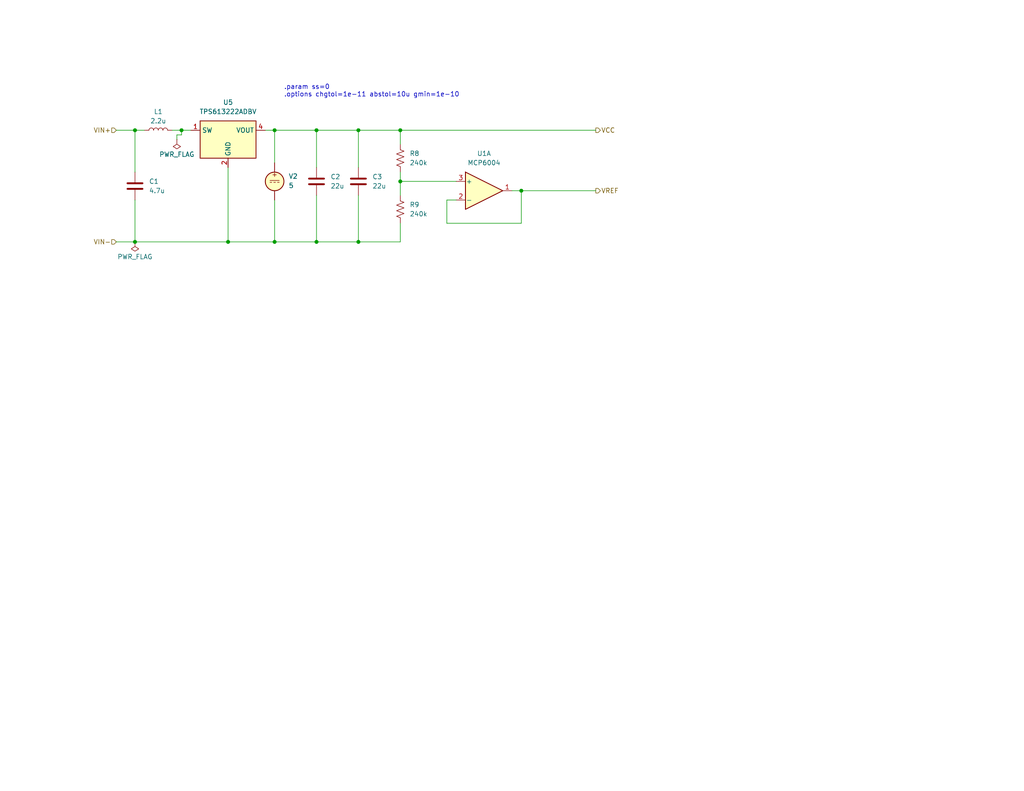
<source format=kicad_sch>
(kicad_sch (version 20250114) (generator "eeschema") (generator_version "9.0")
  (paper "USLetter")
  (title_block (title "EL223FP4L1") (date "2025-05-08") (rev "1") (company "Boles & Walker") (comment 1 "5V, 2.5V Rail Generator"))
  (lib_symbols
    (symbol "Amplifier_Operational:MCP6004" (pin_names (offset 0.127))
      (property "Reference" "U" (at 0 5.08 0))
      (property "Value" "MCP6004" (at 0 -5.08 0))
      (symbol "MCP6004_1_1"
        (polyline (pts (xy -5.08 5.08) (xy 5.08 0) (xy -5.08 -5.08) (xy -5.08 5.08)) (stroke (width 0.254)) (fill (type background)))
        (pin input line (at -7.62 2.54 0) (length 2.54) (name "+") (number "3"))
        (pin input line (at -7.62 -2.54 0) (length 2.54) (name "-") (number "2"))
        (pin output line (at 7.62 0 180) (length 2.54) (name "~") (number "1"))
      )
      (symbol "MCP6004_2_1"
        (polyline (pts (xy -5.08 5.08) (xy 5.08 0) (xy -5.08 -5.08) (xy -5.08 5.08)) (stroke (width 0.254)) (fill (type background)))
        (pin input line (at -7.62 2.54 0) (length 2.54) (name "+") (number "5"))
        (pin input line (at -7.62 -2.54 0) (length 2.54) (name "-") (number "6"))
        (pin output line (at 7.62 0 180) (length 2.54) (name "~") (number "7"))
      )
      (symbol "MCP6004_3_1"
        (polyline (pts (xy -5.08 5.08) (xy 5.08 0) (xy -5.08 -5.08) (xy -5.08 5.08)) (stroke (width 0.254)) (fill (type background)))
        (pin input line (at -7.62 2.54 0) (length 2.54) (name "+") (number "10"))
        (pin input line (at -7.62 -2.54 0) (length 2.54) (name "-") (number "9"))
        (pin output line (at 7.62 0 180) (length 2.54) (name "~") (number "8"))
      )
      (symbol "MCP6004_4_1"
        (polyline (pts (xy -5.08 5.08) (xy 5.08 0) (xy -5.08 -5.08) (xy -5.08 5.08)) (stroke (width 0.254)) (fill (type background)))
        (pin input line (at -7.62 2.54 0) (length 2.54) (name "+") (number "12"))
        (pin input line (at -7.62 -2.54 0) (length 2.54) (name "-") (number "13"))
        (pin output line (at 7.62 0 180) (length 2.54) (name "~") (number "14"))
      )
      (symbol "MCP6004_5_1"
        (pin power_in line (at -2.54 7.62 270) (length 3.81) (name "V+") (number "4"))
        (pin power_in line (at -2.54 -7.62 90) (length 3.81) (name "V-") (number "11"))
      )
    )
    (symbol "Device:C" (pin_numbers (hide yes)) (pin_names (offset 0.254))
      (property "Reference" "C" (at 0.635 2.54 0))
      (property "Value" "C" (at 0.635 -2.54 0))
      (symbol "C_0_1"
        (polyline (pts (xy -2.032 0.762) (xy 2.032 0.762)) (stroke (width 0.508)))
        (polyline (pts (xy -2.032 -0.762) (xy 2.032 -0.762)) (stroke (width 0.508)))
      )
      (symbol "C_1_1"
        (pin passive line (at 0 3.81 270) (length 2.794) (name "~") (number "1"))
        (pin passive line (at 0 -3.81 90) (length 2.794) (name "~") (number "2"))
      )
    )
    (symbol "Device:L" (pin_numbers (hide yes)) (pin_names (offset 1.016) (hide yes))
      (property "Reference" "L" (at -1.27 0 90))
      (property "Value" "L" (at 1.905 0 90))
      (symbol "L_0_1"
        (arc (start 0 2.54) (mid 0.6323 1.905) (end 0 1.27))
        (arc (start 0 1.27) (mid 0.6323 0.635) (end 0 0))
        (arc (start 0 0) (mid 0.6323 -0.635) (end 0 -1.27))
        (arc (start 0 -1.27) (mid 0.6323 -1.905) (end 0 -2.54))
      )
      (symbol "L_1_1"
        (pin passive line (at 0 3.81 270) (length 1.27) (name "1") (number "1"))
        (pin passive line (at 0 -3.81 90) (length 1.27) (name "2") (number "2"))
      )
    )
    (symbol "Device:R_US" (pin_numbers (hide yes)) (pin_names (offset 0))
      (property "Reference" "R" (at 2.54 0 90))
      (property "Value" "R_US" (at -2.54 0 90))
      (symbol "R_US_0_1"
        (polyline (pts (xy 0 2.286) (xy 0 2.54)))
        (polyline (pts (xy 0 2.286) (xy 1.016 1.905) (xy 0 1.524) (xy -1.016 1.143) (xy 0 0.762)))
        (polyline (pts (xy 0 0.762) (xy 1.016 0.381) (xy 0 0) (xy -1.016 -0.381) (xy 0 -0.762)))
        (polyline (pts (xy 0 -0.762) (xy 1.016 -1.143) (xy 0 -1.524) (xy -1.016 -1.905) (xy 0 -2.286)))
        (polyline (pts (xy 0 -2.286) (xy 0 -2.54)))
      )
      (symbol "R_US_1_1"
        (pin passive line (at 0 3.81 270) (length 1.27) (name "~") (number "1"))
        (pin passive line (at 0 -3.81 90) (length 1.27) (name "~") (number "2"))
      )
    )
    (symbol "Regulator_Switching:TPS613222ADBV"
      (property "Reference" "U" (at -7.62 6.35 0))
      (property "Value" "TPS613222ADBV" (at 2.54 6.35 0))
      (symbol "TPS613222ADBV_0_1"
        (rectangle (start -7.62 5.08) (end 7.62 -5.08) (stroke (width 0.254)) (fill (type background)))
      )
      (symbol "TPS613222ADBV_1_1"
        (pin power_in line (at -10.16 2.54 0) (length 2.54) (name "SW") (number "1"))
        (pin no_connect line (at -7.62 -2.54 0) (length 2.54) (hide yes) (name "NC") (number "3"))
        (pin power_in line (at 0 -7.62 90) (length 2.54) (name "GND") (number "2"))
        (pin no_connect line (at 7.62 -2.54 180) (length 2.54) (hide yes) (name "NC") (number "5"))
        (pin power_out line (at 10.16 2.54 180) (length 2.54) (name "VOUT") (number "4"))
      )
    )
    (symbol "Simulation_SPICE:VDC" (pin_numbers (hide yes)) (pin_names (offset 0.0254))
      (property "Reference" "V" (at 2.54 2.54 0))
      (property "Value" "1" (at 2.54 0 0))
      (symbol "VDC_0_0"
        (polyline (pts (xy -1.27 0.254) (xy 1.27 0.254)))
        (polyline (pts (xy -0.762 -0.254) (xy -1.27 -0.254)))
        (polyline (pts (xy 0.254 -0.254) (xy -0.254 -0.254)))
        (polyline (pts (xy 1.27 -0.254) (xy 0.762 -0.254)))
        (text "+" (at 0 1.905 0) (effects (font (size 1.27 1.27))))
      )
      (symbol "VDC_0_1"
        (circle (center 0 0) (radius 2.54) (stroke (width 0.254)) (fill (type background)))
      )
      (symbol "VDC_1_1"
        (pin passive line (at 0 5.08 270) (length 2.54) (name "~") (number "1"))
        (pin passive line (at 0 -5.08 90) (length 2.54) (name "~") (number "2"))
      )
    )
    (symbol "power:PWR_FLAG" (power) (pin_numbers (hide yes)) (pin_names (offset 0) (hide yes))
      (property "Value" "PWR_FLAG" (at 0 3.81 0))
      (symbol "PWR_FLAG_0_0"
        (pin power_out line (at 0 0 90) (length 0) (name "~") (number "1"))
      )
      (symbol "PWR_FLAG_0_1"
        (polyline (pts (xy 0 0) (xy 0 1.27) (xy -1.016 1.905) (xy 0 2.54) (xy 1.016 1.905) (xy 0 1.27)))
      )
    )
  )
  (text ".param ss=0\n.options chgtol=1e-11 abstol=10u gmin=1e-10" (at 77.47 24.892 0) (effects (font (size 1.27 1.27)) (justify left)))
  (junction (at 74.93 35.56))
  (junction (at 97.79 66.04))
  (junction (at 36.83 35.56))
  (junction (at 86.36 35.56))
  (junction (at 109.22 49.53))
  (junction (at 49.53 35.56))
  (junction (at 142.24 52.07))
  (junction (at 86.36 66.04))
  (junction (at 109.22 35.56))
  (junction (at 62.23 66.04))
  (junction (at 36.83 66.04))
  (junction (at 97.79 35.56))
  (junction (at 74.93 66.04))
  (wire (pts (xy 49.53 36.83) (xy 49.53 35.56)))
  (wire (pts (xy 139.7 52.07) (xy 142.24 52.07)))
  (wire (pts (xy 39.37 35.56) (xy 36.83 35.56)))
  (wire (pts (xy 36.83 66.04) (xy 31.75 66.04)))
  (wire (pts (xy 36.83 54.61) (xy 36.83 66.04)))
  (wire (pts (xy 86.36 35.56) (xy 97.79 35.56)))
  (wire (pts (xy 97.79 35.56) (xy 109.22 35.56)))
  (wire (pts (xy 72.39 35.56) (xy 74.93 35.56)))
  (wire (pts (xy 109.22 49.53) (xy 109.22 53.34)))
  (wire (pts (xy 142.24 52.07) (xy 162.56 52.07)))
  (wire (pts (xy 109.22 35.56) (xy 109.22 39.37)))
  (wire (pts (xy 109.22 35.56) (xy 162.56 35.56)))
  (wire (pts (xy 74.93 35.56) (xy 86.36 35.56)))
  (wire (pts (xy 142.24 52.07) (xy 142.24 60.96)))
  (wire (pts (xy 46.99 35.56) (xy 49.53 35.56)))
  (wire (pts (xy 74.93 54.61) (xy 74.93 66.04)))
  (wire (pts (xy 74.93 35.56) (xy 74.93 44.45)))
  (wire (pts (xy 97.79 35.56) (xy 97.79 45.72)))
  (wire (pts (xy 109.22 49.53) (xy 124.46 49.53)))
  (wire (pts (xy 109.22 60.96) (xy 109.22 66.04)))
  (wire (pts (xy 48.26 38.1) (xy 48.26 36.83)))
  (wire (pts (xy 49.53 35.56) (xy 52.07 35.56)))
  (wire (pts (xy 97.79 66.04) (xy 109.22 66.04)))
  (wire (pts (xy 109.22 46.99) (xy 109.22 49.53)))
  (wire (pts (xy 121.92 60.96) (xy 121.92 54.61)))
  (wire (pts (xy 31.75 35.56) (xy 36.83 35.56)))
  (wire (pts (xy 36.83 35.56) (xy 36.83 46.99)))
  (wire (pts (xy 62.23 66.04) (xy 74.93 66.04)))
  (wire (pts (xy 86.36 66.04) (xy 97.79 66.04)))
  (wire (pts (xy 74.93 66.04) (xy 86.36 66.04)))
  (wire (pts (xy 36.83 66.04) (xy 62.23 66.04)))
  (wire (pts (xy 48.26 36.83) (xy 49.53 36.83)))
  (wire (pts (xy 62.23 45.72) (xy 62.23 66.04)))
  (wire (pts (xy 121.92 54.61) (xy 124.46 54.61)))
  (wire (pts (xy 86.36 35.56) (xy 86.36 45.72)))
  (wire (pts (xy 97.79 53.34) (xy 97.79 66.04)))
  (wire (pts (xy 142.24 60.96) (xy 121.92 60.96)))
  (wire (pts (xy 86.36 53.34) (xy 86.36 66.04)))
  (hierarchical_label "VIN+" (shape input) (at 31.75 35.56 180))
  (hierarchical_label "VIN-" (shape input) (at 31.75 66.04 180))
  (hierarchical_label "VREF" (shape output) (at 162.56 52.07 0))
  (hierarchical_label "VCC" (shape output) (at 162.56 35.56 0))
  (symbol (lib_id "Amplifier_Operational:MCP6004") (at 132.08 52.07 0) (unit 1)
    (property "Reference" "U1" (at 132.08 41.91 0))
    (property "Value" "MCP6004" (at 132.08 44.45 0))
    (property "Footprint" "Package_SO:SOIC-14_3.9x8.7mm_P1.27mm" (effects (hide yes)))
    (property "Datasheet" "https://ww1.microchip.com/downloads/aemDocuments/documents/MSLD/ProductDocuments/DataSheets/MCP6001-1R-1U-2-4-1-MHz-Low-Power-Op-Amp-DS20001733L.pdf" (effects (hide yes)))
    (property "Description" "1MHz, Low-Power Op Amp, DIP-14/SOIC-14/TSSOP-14" (effects (hide yes)))
    (property "Sim.Library" "MCP6001.lib" (effects (hide yes)))
    (property "Sim.Name" "MCP6004" (effects (hide yes)))
    (property "Sim.Device" "SUBCKT" (effects (hide yes)))
    (property "Sim.Pins" "1=OUTA 2=A- 3=A+ 4=VDD 5=B+ 6=B- 7=OUTB 8=OUTC 9=C- 10=C+ 11=VSS 12=D+ 13=D- 14=OUTD" (effects (hide yes)))
    (property "Part" "MCP6004-I/SL" (effects (hide yes)))
  )
  (symbol (lib_id "power:PWR_FLAG") (at 48.26 38.1 180) (unit 1)
    (property "Reference" "#FLG02" (effects (hide yes)))
    (property "Value" "PWR_FLAG" (at 48.26 42.164 0))
    (property "Description" "Special symbol for telling ERC where power comes from" (effects (hide yes)))
  )
  (symbol (lib_id "Device:R_US") (at 109.22 57.15 0) (unit 1)
    (property "Reference" "R9" (at 111.76 55.8799 0) (effects (justify left)))
    (property "Value" "240k" (at 111.76 58.4199 0) (effects (justify left)))
    (property "Footprint" "Resistor_SMD:R_0805_2012Metric_Pad1.20x1.40mm_HandSolder" (effects (hide yes)))
    (property "Description" "Resistor, US symbol" (effects (hide yes)))
  )
  (symbol (lib_id "Device:L") (at 43.18 35.56 270) (mirror x) (unit 1)
    (property "Reference" "L1" (at 43.18 30.48 90))
    (property "Value" "2.2u" (at 43.18 33.02 90))
    (property "Footprint" "Inductor_SMD:L_0805_2012Metric_Pad1.05x1.20mm_HandSolder" (effects (hide yes)))
    (property "Datasheet" "https://product.tdk.com/system/files/dam/doc/product/inductor/inductor/smd/catalog/inductor_commercial_decoupling_mlz2012_en.pdf" (effects (hide yes)))
    (property "Description" "Inductor" (effects (hide yes)))
    (property "Sim.Device" "SUBCKT" (effects (hide yes)))
    (property "Sim.Pins" "1=port1 2=port2" (effects (hide yes)))
    (property "Sim.Library" "DFE201612E-2R2M.mod" (effects (hide yes)))
    (property "Sim.Name" "DFE201612E-2R2M" (effects (hide yes)))
    (property "Part" "MLZ2012N2R2LT000" (effects (hide yes)))
  )
  (symbol (lib_id "Device:C") (at 97.79 49.53 0) (unit 1)
    (property "Reference" "C3" (at 101.6 48.2599 0) (effects (justify left)))
    (property "Value" "22u" (at 101.6 50.7999 0) (effects (justify left)))
    (property "Footprint" "Capacitor_SMD:C_0805_2012Metric_Pad1.18x1.45mm_HandSolder" (effects (hide yes)))
    (property "Description" "Unpolarized capacitor" (effects (hide yes)))
    (property "Sim.Device" "SUBCKT" (effects (hide yes)))
    (property "Sim.Pins" "1=+ 2=-" (effects (hide yes)))
    (property "Sim.Library" "RC.lib" (effects (hide yes)))
    (property "Sim.Name" "RC" (effects (hide yes)))
  )
  (symbol (lib_id "Device:C") (at 86.36 49.53 0) (unit 1)
    (property "Reference" "C2" (at 90.17 48.2599 0) (effects (justify left)))
    (property "Value" "22u" (at 90.17 50.7999 0) (effects (justify left)))
    (property "Footprint" "Capacitor_SMD:C_0805_2012Metric_Pad1.18x1.45mm_HandSolder" (effects (hide yes)))
    (property "Description" "Unpolarized capacitor" (effects (hide yes)))
    (property "Sim.Device" "SUBCKT" (effects (hide yes)))
    (property "Sim.Pins" "1=+ 2=-" (effects (hide yes)))
    (property "Sim.Library" "RC.lib" (effects (hide yes)))
    (property "Sim.Name" "RC" (effects (hide yes)))
  )
  (symbol (lib_id "power:PWR_FLAG") (at 36.83 66.04 180) (unit 1)
    (property "Reference" "#FLG01" (effects (hide yes)))
    (property "Value" "PWR_FLAG" (at 36.83 70.104 0))
    (property "Description" "Special symbol for telling ERC where power comes from" (effects (hide yes)))
  )
  (symbol (lib_id "Device:C") (at 36.83 50.8 0) (unit 1)
    (property "Reference" "C1" (at 40.64 49.5299 0) (effects (justify left)))
    (property "Value" "4.7u" (at 40.64 52.0699 0) (effects (justify left)))
    (property "Footprint" "Capacitor_SMD:C_0805_2012Metric_Pad1.18x1.45mm_HandSolder" (effects (hide yes)))
    (property "Description" "Unpolarized capacitor" (effects (hide yes)))
  )
  (symbol (lib_id "Device:R_US") (at 109.22 43.18 0) (unit 1)
    (property "Reference" "R8" (at 111.76 41.9099 0) (effects (justify left)))
    (property "Value" "240k" (at 111.76 44.4499 0) (effects (justify left)))
    (property "Footprint" "Resistor_SMD:R_0805_2012Metric_Pad1.20x1.40mm_HandSolder" (effects (hide yes)))
    (property "Description" "Resistor, US symbol" (effects (hide yes)))
  )
  (symbol (lib_id "Regulator_Switching:TPS613222ADBV") (at 62.23 38.1 0) (unit 1) (exclude_from_sim yes)
    (property "Reference" "U5" (at 62.23 27.94 0))
    (property "Value" "TPS613222ADBV" (at 62.23 30.48 0))
    (property "Footprint" "Package_TO_SOT_SMD:SOT-23-5_HandSoldering" (effects (hide yes)))
    (property "Datasheet" "http://www.ti.com/lit/ds/symlink/tps61322.pdf" (effects (hide yes)))
    (property "Description" "1.8A Step-Up Converter, 5V Output Voltage, 0.9-5.5V Input Voltage, SOT-23-5" (effects (hide yes)))
    (property "Sim.Library" "tps613222A_trans.lib" (effects (hide yes)))
    (property "Sim.Name" "TPS613222A_TRANS" (effects (hide yes)))
    (property "Sim.Device" "SUBCKT" (effects (hide yes)))
    (property "Sim.Pins" "1=SW 2=GND 4=VOUT" (effects (hide yes)))
    (property "Part" "TPS613222ADBVT" (effects (hide yes)))
  )
  (symbol (lib_id "Simulation_SPICE:VDC") (at 74.93 49.53 0) (unit 1) (in_bom no) (on_board no)
    (property "Reference" "V2" (at 78.74 48.1301 0) (effects (justify left)))
    (property "Value" "5" (at 78.74 50.6701 0) (effects (justify left)))
    (property "Datasheet" "https://ngspice.sourceforge.io/docs/ngspice-html-manual/manual.xhtml#sec_Independent_Sources_for" (effects (hide yes)))
    (property "Description" "Voltage source, DC" (effects (hide yes)))
    (property "Sim.Pins" "1=+ 2=-" (effects (hide yes)))
    (property "Sim.Type" "DC" (effects (hide yes)))
    (property "Sim.Device" "V" (effects (hide yes)))
  )
)
</source>
